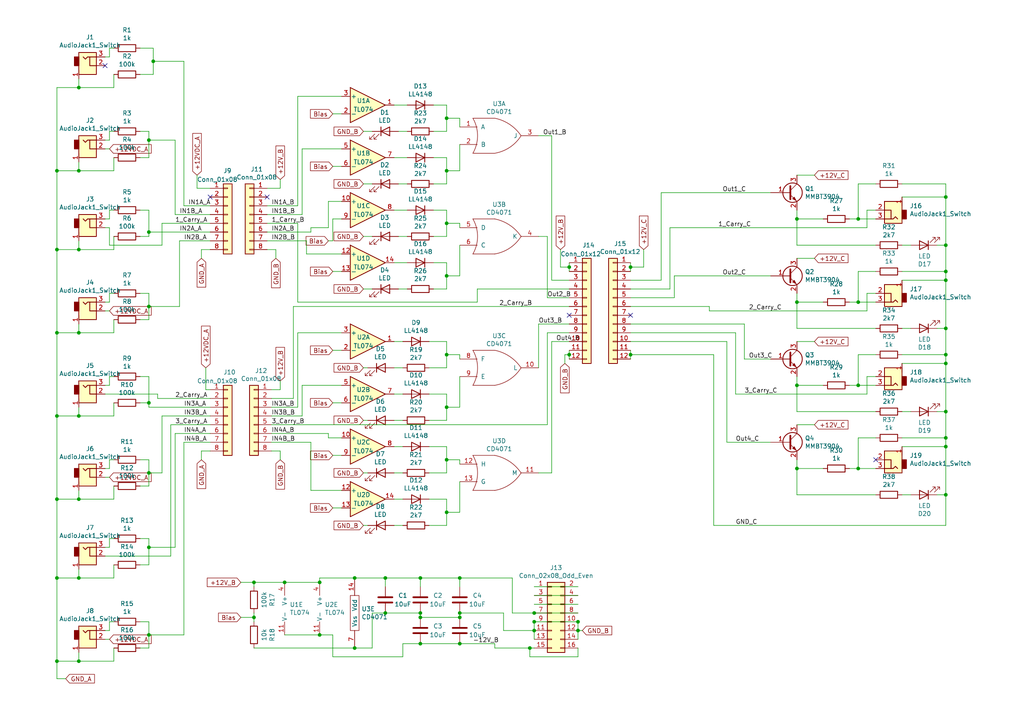
<source format=kicad_sch>
(kicad_sch (version 20250114) (generator "eeschema") (generator_version "9.0")
  (paper "A4")
  (junction (at 22.86 49.53))
  (junction (at 111.76 167.64))
  (junction (at 16.51 49.53))
  (junction (at 248.92 111.76))
  (junction (at 167.64 182.88))
  (junction (at 16.51 144.78))
  (junction (at 154.94 180.34))
  (junction (at 248.92 87.63))
  (junction (at 43.18 40.64))
  (junction (at 231.14 63.5))
  (junction (at 102.87 167.64))
  (junction (at 16.51 167.64))
  (junction (at 22.86 96.52))
  (junction (at 111.76 177.8))
  (junction (at 133.35 177.8))
  (junction (at 133.35 179.07))
  (junction (at 129.54 118.11))
  (junction (at 231.14 87.63))
  (junction (at 231.14 135.89))
  (junction (at 248.92 135.89))
  (junction (at 22.86 120.65))
  (junction (at 43.18 67.31))
  (junction (at 44.45 17.78))
  (junction (at 129.54 102.87))
  (junction (at 121.92 186.69))
  (junction (at 274.32 102.87))
  (junction (at 43.18 88.9))
  (junction (at 182.88 102.87))
  (junction (at 274.32 143.51))
  (junction (at 129.54 64.77))
  (junction (at 92.71 184.15))
  (junction (at 133.35 186.69))
  (junction (at 22.86 25.4))
  (junction (at 43.18 158.75))
  (junction (at 274.32 119.38))
  (junction (at 133.35 167.64))
  (junction (at 73.66 168.91))
  (junction (at 274.32 57.15))
  (junction (at 16.51 191.77))
  (junction (at 165.1 102.87))
  (junction (at 22.86 191.77))
  (junction (at 182.88 77.47))
  (junction (at 154.94 177.8))
  (junction (at 92.71 168.91))
  (junction (at 274.32 71.12))
  (junction (at 274.32 81.28))
  (junction (at 16.51 120.65))
  (junction (at 129.54 34.29))
  (junction (at 153.67 187.96))
  (junction (at 129.54 80.01))
  (junction (at 43.18 137.16))
  (junction (at 248.92 63.5))
  (junction (at 102.87 187.96))
  (junction (at 274.32 95.25))
  (junction (at 121.92 167.64))
  (junction (at 231.14 111.76))
  (junction (at 43.18 116.84))
  (junction (at 73.66 179.07))
  (junction (at 129.54 49.53))
  (junction (at 43.18 184.15))
  (junction (at 274.32 105.41))
  (junction (at 154.94 182.88))
  (junction (at 274.32 127))
  (junction (at 274.32 129.54))
  (junction (at 22.86 167.64))
  (junction (at 129.54 148.59))
  (junction (at 22.86 72.39))
  (junction (at 16.51 72.39))
  (junction (at 82.55 168.91))
  (junction (at 16.51 96.52))
  (junction (at 167.64 180.34))
  (junction (at 121.92 177.8))
  (junction (at 121.92 179.07))
  (junction (at 22.86 144.78))
  (junction (at 274.32 78.74))
  (junction (at 165.1 77.47))
  (junction (at 129.54 133.35))
  (no_connect (at 182.88 91.44))
  (no_connect (at 254 133.35))
  (no_connect (at 77.47 57.15))
  (no_connect (at 60.96 57.15))
  (no_connect (at 165.1 91.44))
  (no_connect (at 30.48 19.05))
  (wire (pts (xy 129.54 80.01) (xy 129.54 83.82)))
  (wire (pts (xy 31.75 111.76) (xy 31.75 109.22)))
  (wire (pts (xy 102.87 187.96) (xy 107.95 187.96)))
  (wire (pts (xy 106.68 137.16) (xy 105.41 137.16)))
  (wire (pts (xy 129.54 53.34) (xy 125.73 53.34)))
  (wire (pts (xy 165.1 102.87) (xy 165.1 104.14)))
  (wire (pts (xy 129.54 49.53) (xy 129.54 53.34)))
  (wire (pts (xy 88.9 69.85) (xy 88.9 73.66)))
  (wire (pts (xy 90.17 142.24) (xy 99.06 142.24)))
  (wire (pts (xy 106.68 121.92) (xy 105.41 121.92)))
  (wire (pts (xy 254 127) (xy 248.92 127)))
  (wire (pts (xy 129.54 99.06) (xy 129.54 102.87)))
  (wire (pts (xy 30.48 16.51) (xy 31.75 16.51)))
  (wire (pts (xy 154.94 182.88) (xy 154.94 185.42)))
  (wire (pts (xy 133.35 148.59) (xy 133.35 139.7)))
  (wire (pts (xy 85.09 88.9) (xy 165.1 88.9)))
  (wire (pts (xy 248.92 135.89) (xy 254 135.89)))
  (wire (pts (xy 99.06 101.6) (xy 96.52 101.6)))
  (wire (pts (xy 43.18 92.71) (xy 40.64 92.71)))
  (wire (pts (xy 215.9 93.98) (xy 215.9 104.14)))
  (wire (pts (xy 87.63 43.18) (xy 99.06 43.18)))
  (wire (pts (xy 43.18 45.72) (xy 40.64 45.72)))
  (wire (pts (xy 43.18 116.84) (xy 40.64 116.84)))
  (wire (pts (xy 43.18 88.9) (xy 43.18 92.71)))
  (wire (pts (xy 30.48 158.75) (xy 31.75 158.75)))
  (wire (pts (xy 118.11 53.34) (xy 115.57 53.34)))
  (wire (pts (xy 129.54 118.11) (xy 129.54 121.92)))
  (wire (pts (xy 231.14 74.93) (xy 236.22 74.93)))
  (wire (pts (xy 30.48 43.18) (xy 31.75 43.18)))
  (wire (pts (xy 248.92 63.5) (xy 254 63.5)))
  (wire (pts (xy 271.78 71.12) (xy 274.32 71.12)))
  (wire (pts (xy 186.69 72.39) (xy 186.69 77.47)))
  (wire (pts (xy 60.96 72.39) (xy 58.42 72.39)))
  (wire (pts (xy 87.63 111.76) (xy 99.06 111.76)))
  (wire (pts (xy 43.18 137.16) (xy 43.18 140.97)))
  (wire (pts (xy 133.35 34.29) (xy 129.54 34.29)))
  (wire (pts (xy 85.09 88.9) (xy 85.09 115.57)))
  (wire (pts (xy 22.86 144.78) (xy 16.51 144.78)))
  (wire (pts (xy 261.62 78.74) (xy 274.32 78.74)))
  (wire (pts (xy 46.99 71.12) (xy 31.75 71.12)))
  (wire (pts (xy 116.84 186.69) (xy 121.92 186.69)))
  (wire (pts (xy 165.1 78.74) (xy 165.1 77.47)))
  (wire (pts (xy 254 102.87) (xy 248.92 102.87)))
  (wire (pts (xy 73.66 177.8) (xy 73.66 179.07)))
  (wire (pts (xy 16.51 196.85) (xy 19.05 196.85)))
  (wire (pts (xy 231.14 111.76) (xy 231.14 109.22)))
  (wire (pts (xy 133.35 177.8) (xy 133.35 179.07)))
  (wire (pts (xy 73.66 168.91) (xy 82.55 168.91)))
  (wire (pts (xy 210.82 128.27) (xy 223.52 128.27)))
  (wire (pts (xy 77.47 62.23) (xy 87.63 62.23)))
  (wire (pts (xy 31.75 38.1) (xy 33.02 38.1)))
  (wire (pts (xy 31.75 71.12) (xy 31.75 66.04)))
  (wire (pts (xy 22.86 96.52) (xy 16.51 96.52)))
  (wire (pts (xy 129.54 68.58) (xy 125.73 68.58)))
  (wire (pts (xy 43.18 158.75) (xy 43.18 163.83)))
  (wire (pts (xy 111.76 167.64) (xy 111.76 170.18)))
  (wire (pts (xy 30.48 161.29) (xy 49.53 161.29)))
  (wire (pts (xy 274.32 152.4) (xy 274.32 143.51)))
  (wire (pts (xy 246.38 63.5) (xy 248.92 63.5)))
  (wire (pts (xy 107.95 53.34) (xy 105.41 53.34)))
  (wire (pts (xy 78.74 120.65) (xy 87.63 120.65)))
  (wire (pts (xy 45.72 115.57) (xy 45.72 114.3)))
  (wire (pts (xy 77.47 69.85) (xy 88.9 69.85)))
  (wire (pts (xy 168.91 182.88) (xy 167.64 182.88)))
  (wire (pts (xy 44.45 21.59) (xy 40.64 21.59)))
  (wire (pts (xy 213.36 114.3) (xy 213.36 96.52)))
  (wire (pts (xy 160.02 81.28) (xy 160.02 39.37)))
  (wire (pts (xy 86.36 64.77) (xy 86.36 87.63)))
  (wire (pts (xy 261.62 102.87) (xy 274.32 102.87)))
  (wire (pts (xy 22.86 167.64) (xy 33.02 167.64)))
  (wire (pts (xy 43.18 40.64) (xy 50.8 40.64)))
  (wire (pts (xy 248.92 102.87) (xy 248.92 111.76)))
  (wire (pts (xy 33.02 92.71) (xy 33.02 96.52)))
  (wire (pts (xy 50.8 125.73) (xy 50.8 158.75)))
  (wire (pts (xy 78.74 123.19) (xy 158.75 123.19)))
  (wire (pts (xy 207.01 102.87) (xy 207.01 152.4)))
  (wire (pts (xy 40.64 156.21) (xy 43.18 156.21)))
  (wire (pts (xy 69.85 168.91) (xy 73.66 168.91)))
  (wire (pts (xy 129.54 118.11) (xy 133.35 118.11)))
  (wire (pts (xy 248.92 53.34) (xy 254 53.34)))
  (wire (pts (xy 191.77 81.28) (xy 182.88 81.28)))
  (wire (pts (xy 238.76 135.89) (xy 231.14 135.89)))
  (wire (pts (xy 129.54 102.87) (xy 129.54 106.68)))
  (wire (pts (xy 77.47 67.31) (xy 90.17 67.31)))
  (wire (pts (xy 125.73 30.48) (xy 129.54 30.48)))
  (wire (pts (xy 81.28 130.81) (xy 81.28 133.35)))
  (wire (pts (xy 31.75 87.63) (xy 31.75 85.09)))
  (wire (pts (xy 107.95 68.58) (xy 105.41 68.58)))
  (wire (pts (xy 60.96 62.23) (xy 50.8 62.23)))
  (wire (pts (xy 81.28 52.07) (xy 81.28 54.61)))
  (wire (pts (xy 116.84 137.16) (xy 114.3 137.16)))
  (wire (pts (xy 143.51 187.96) (xy 143.51 186.69)))
  (wire (pts (xy 60.96 120.65) (xy 46.99 120.65)))
  (wire (pts (xy 31.75 85.09) (xy 33.02 85.09)))
  (wire (pts (xy 271.78 119.38) (xy 274.32 119.38)))
  (wire (pts (xy 31.75 135.89) (xy 31.75 133.35)))
  (wire (pts (xy 153.67 187.96) (xy 143.51 187.96)))
  (wire (pts (xy 87.63 111.76) (xy 87.63 120.65)))
  (wire (pts (xy 22.86 191.77) (xy 33.02 191.77)))
  (wire (pts (xy 138.43 83.82) (xy 138.43 87.63)))
  (wire (pts (xy 231.14 95.25) (xy 231.14 87.63)))
  (wire (pts (xy 31.75 16.51) (xy 31.75 13.97)))
  (wire (pts (xy 45.72 115.57) (xy 60.96 115.57)))
  (wire (pts (xy 133.35 118.11) (xy 133.35 109.22)))
  (wire (pts (xy 73.66 179.07) (xy 73.66 180.34)))
  (wire (pts (xy 60.96 113.03) (xy 59.69 113.03)))
  (wire (pts (xy 274.32 78.74) (xy 274.32 81.28)))
  (wire (pts (xy 33.02 45.72) (xy 33.02 49.53)))
  (wire (pts (xy 22.86 49.53) (xy 33.02 49.53)))
  (wire (pts (xy 22.86 189.23) (xy 22.86 191.77)))
  (wire (pts (xy 163.83 102.87) (xy 163.83 105.41)))
  (wire (pts (xy 129.54 129.54) (xy 129.54 133.35)))
  (wire (pts (xy 129.54 76.2) (xy 129.54 80.01)))
  (wire (pts (xy 92.71 167.64) (xy 102.87 167.64)))
  (wire (pts (xy 45.72 114.3) (xy 30.48 114.3)))
  (wire (pts (xy 43.18 60.96) (xy 43.18 67.31)))
  (wire (pts (xy 121.92 179.07) (xy 133.35 179.07)))
  (wire (pts (xy 210.82 99.06) (xy 210.82 128.27)))
  (wire (pts (xy 182.88 104.14) (xy 182.88 102.87)))
  (wire (pts (xy 16.51 191.77) (xy 16.51 167.64)))
  (wire (pts (xy 31.75 156.21) (xy 33.02 156.21)))
  (wire (pts (xy 248.92 87.63) (xy 254 87.63)))
  (wire (pts (xy 271.78 143.51) (xy 274.32 143.51)))
  (wire (pts (xy 129.54 121.92) (xy 124.46 121.92)))
  (wire (pts (xy 96.52 69.85) (xy 95.25 69.85)))
  (wire (pts (xy 96.52 63.5) (xy 96.52 69.85)))
  (wire (pts (xy 238.76 87.63) (xy 231.14 87.63)))
  (wire (pts (xy 162.56 72.39) (xy 162.56 77.47)))
  (wire (pts (xy 129.54 34.29) (xy 129.54 38.1)))
  (wire (pts (xy 40.64 38.1) (xy 43.18 38.1)))
  (wire (pts (xy 33.02 68.58) (xy 33.02 72.39)))
  (wire (pts (xy 248.92 127) (xy 248.92 135.89)))
  (wire (pts (xy 129.54 30.48) (xy 129.54 34.29)))
  (wire (pts (xy 52.07 88.9) (xy 43.18 88.9)))
  (wire (pts (xy 78.74 125.73) (xy 95.25 125.73)))
  (wire (pts (xy 22.86 72.39) (xy 33.02 72.39)))
  (wire (pts (xy 99.06 147.32) (xy 96.52 147.32)))
  (wire (pts (xy 251.46 90.17) (xy 205.74 90.17)))
  (wire (pts (xy 43.18 40.64) (xy 43.18 45.72)))
  (wire (pts (xy 40.64 85.09) (xy 43.18 85.09)))
  (wire (pts (xy 114.3 60.96) (xy 118.11 60.96)))
  (wire (pts (xy 16.51 144.78) (xy 16.51 167.64)))
  (wire (pts (xy 22.86 120.65) (xy 33.02 120.65)))
  (wire (pts (xy 182.88 77.47) (xy 182.88 76.2)))
  (wire (pts (xy 154.94 177.8) (xy 148.59 177.8)))
  (wire (pts (xy 22.86 49.53) (xy 16.51 49.53)))
  (wire (pts (xy 31.75 13.97) (xy 33.02 13.97)))
  (wire (pts (xy 58.42 130.81) (xy 58.42 133.35)))
  (wire (pts (xy 30.48 182.88) (xy 31.75 182.88)))
  (wire (pts (xy 182.88 96.52) (xy 213.36 96.52)))
  (wire (pts (xy 33.02 21.59) (xy 33.02 25.4)))
  (wire (pts (xy 22.86 69.85) (xy 22.86 72.39)))
  (wire (pts (xy 231.14 71.12) (xy 231.14 63.5)))
  (wire (pts (xy 43.18 68.58) (xy 40.64 68.58)))
  (wire (pts (xy 22.86 22.86) (xy 22.86 25.4)))
  (wire (pts (xy 121.92 177.8) (xy 121.92 179.07)))
  (wire (pts (xy 16.51 49.53) (xy 16.51 72.39)))
  (wire (pts (xy 254 95.25) (xy 231.14 95.25)))
  (wire (pts (xy 106.68 152.4) (xy 105.41 152.4)))
  (wire (pts (xy 102.87 167.64) (xy 111.76 167.64)))
  (wire (pts (xy 215.9 104.14) (xy 223.52 104.14)))
  (wire (pts (xy 31.75 133.35) (xy 33.02 133.35)))
  (wire (pts (xy 274.32 71.12) (xy 274.32 78.74)))
  (wire (pts (xy 274.32 143.51) (xy 274.32 129.54)))
  (wire (pts (xy 50.8 40.64) (xy 50.8 62.23)))
  (wire (pts (xy 158.75 86.36) (xy 165.1 86.36)))
  (wire (pts (xy 22.86 120.65) (xy 16.51 120.65)))
  (wire (pts (xy 82.55 168.91) (xy 92.71 168.91)))
  (wire (pts (xy 129.54 64.77) (xy 129.54 68.58)))
  (wire (pts (xy 31.75 60.96) (xy 33.02 60.96)))
  (wire (pts (xy 167.64 190.5) (xy 167.64 187.96)))
  (wire (pts (xy 60.96 123.19) (xy 49.53 123.19)))
  (wire (pts (xy 261.62 57.15) (xy 274.32 57.15)))
  (wire (pts (xy 86.36 27.94) (xy 99.06 27.94)))
  (wire (pts (xy 125.73 60.96) (xy 129.54 60.96)))
  (wire (pts (xy 22.86 144.78) (xy 33.02 144.78)))
  (wire (pts (xy 124.46 129.54) (xy 129.54 129.54)))
  (wire (pts (xy 60.96 130.81) (xy 58.42 130.81)))
  (wire (pts (xy 148.59 177.8) (xy 148.59 167.64)))
  (wire (pts (xy 165.1 101.6) (xy 165.1 102.87)))
  (wire (pts (xy 231.14 50.8) (xy 236.22 50.8)))
  (wire (pts (xy 22.86 142.24) (xy 22.86 144.78)))
  (wire (pts (xy 40.64 13.97) (xy 44.45 13.97)))
  (wire (pts (xy 129.54 83.82) (xy 125.73 83.82)))
  (wire (pts (xy 16.51 72.39) (xy 16.51 96.52)))
  (wire (pts (xy 58.42 72.39) (xy 58.42 74.93)))
  (wire (pts (xy 31.75 109.22) (xy 33.02 109.22)))
  (wire (pts (xy 251.46 114.3) (xy 213.36 114.3)))
  (wire (pts (xy 156.21 39.37) (xy 160.02 39.37)))
  (wire (pts (xy 52.07 69.85) (xy 52.07 88.9)))
  (wire (pts (xy 50.8 158.75) (xy 43.18 158.75)))
  (wire (pts (xy 129.54 64.77) (xy 133.35 64.77)))
  (wire (pts (xy 95.25 66.04) (xy 95.25 58.42)))
  (wire (pts (xy 31.75 90.17) (xy 30.48 90.17)))
  (wire (pts (xy 118.11 68.58) (xy 115.57 68.58)))
  (wire (pts (xy 205.74 88.9) (xy 182.88 88.9)))
  (wire (pts (xy 22.86 46.99) (xy 22.86 49.53)))
  (wire (pts (xy 251.46 109.22) (xy 251.46 114.3)))
  (wire (pts (xy 146.05 177.8) (xy 146.05 182.88)))
  (wire (pts (xy 129.54 106.68) (xy 124.46 106.68)))
  (wire (pts (xy 44.45 17.78) (xy 44.45 21.59)))
  (wire (pts (xy 43.18 140.97) (xy 40.64 140.97)))
  (wire (pts (xy 153.67 190.5) (xy 167.64 190.5)))
  (wire (pts (xy 274.32 81.28) (xy 261.62 81.28)))
  (wire (pts (xy 106.68 106.68) (xy 105.41 106.68)))
  (wire (pts (xy 154.94 182.88) (xy 154.94 180.34)))
  (wire (pts (xy 31.75 40.64) (xy 31.75 38.1)))
  (wire (pts (xy 92.71 168.91) (xy 92.71 167.64)))
  (wire (pts (xy 246.38 135.89) (xy 248.92 135.89)))
  (wire (pts (xy 99.06 78.74) (xy 96.52 78.74)))
  (wire (pts (xy 248.92 111.76) (xy 254 111.76)))
  (wire (pts (xy 99.06 132.08) (xy 96.52 132.08)))
  (wire (pts (xy 107.95 83.82) (xy 105.41 83.82)))
  (wire (pts (xy 33.02 140.97) (xy 33.02 144.78)))
  (wire (pts (xy 271.78 95.25) (xy 274.32 95.25)))
  (wire (pts (xy 133.35 49.53) (xy 133.35 41.91)))
  (wire (pts (xy 116.84 190.5) (xy 116.84 186.69)))
  (wire (pts (xy 129.54 49.53) (xy 133.35 49.53)))
  (wire (pts (xy 43.18 180.34) (xy 43.18 184.15)))
  (wire (pts (xy 143.51 186.69) (xy 133.35 186.69)))
  (wire (pts (xy 261.62 53.34) (xy 274.32 53.34)))
  (wire (pts (xy 116.84 106.68) (xy 114.3 106.68)))
  (wire (pts (xy 248.92 78.74) (xy 248.92 87.63)))
  (wire (pts (xy 40.64 180.34) (xy 43.18 180.34)))
  (wire (pts (xy 31.75 180.34) (xy 33.02 180.34)))
  (wire (pts (xy 274.32 81.28) (xy 274.32 95.25)))
  (wire (pts (xy 133.35 36.83) (xy 133.35 34.29)))
  (wire (pts (xy 274.32 57.15) (xy 274.32 71.12)))
  (wire (pts (xy 22.86 93.98) (xy 22.86 96.52)))
  (wire (pts (xy 43.18 38.1) (xy 43.18 40.64)))
  (wire (pts (xy 86.36 27.94) (xy 86.36 59.69)))
  (wire (pts (xy 60.96 54.61) (xy 57.15 54.61)))
  (wire (pts (xy 85.09 115.57) (xy 78.74 115.57)))
  (wire (pts (xy 118.11 83.82) (xy 115.57 83.82)))
  (wire (pts (xy 96.52 184.15) (xy 96.52 190.5)))
  (wire (pts (xy 43.18 118.11) (xy 43.18 116.84)))
  (wire (pts (xy 274.32 102.87) (xy 274.32 105.41)))
  (wire (pts (xy 78.74 118.11) (xy 86.36 118.11)))
  (wire (pts (xy 114.3 114.3) (xy 116.84 114.3)))
  (wire (pts (xy 53.34 128.27) (xy 53.34 184.15)))
  (wire (pts (xy 133.35 177.8) (xy 146.05 177.8)))
  (wire (pts (xy 53.34 17.78) (xy 53.34 59.69)))
  (wire (pts (xy 60.96 69.85) (xy 52.07 69.85)))
  (wire (pts (xy 125.73 76.2) (xy 129.54 76.2)))
  (wire (pts (xy 194.31 83.82) (xy 182.88 83.82)))
  (wire (pts (xy 167.64 180.34) (xy 154.94 180.34)))
  (wire (pts (xy 129.54 60.96) (xy 129.54 64.77)))
  (wire (pts (xy 165.1 77.47) (xy 165.1 76.2)))
  (wire (pts (xy 207.01 152.4) (xy 274.32 152.4)))
  (wire (pts (xy 44.45 17.78) (xy 53.34 17.78)))
  (wire (pts (xy 133.35 80.01) (xy 133.35 71.12)))
  (wire (pts (xy 22.86 118.11) (xy 22.86 120.65)))
  (wire (pts (xy 46.99 71.12) (xy 46.99 64.77)))
  (wire (pts (xy 31.75 66.04) (xy 30.48 66.04)))
  (wire (pts (xy 114.3 129.54) (xy 116.84 129.54)))
  (wire (pts (xy 261.62 119.38) (xy 264.16 119.38)))
  (wire (pts (xy 167.64 170.18) (xy 154.94 170.18)))
  (wire (pts (xy 33.02 187.96) (xy 33.02 191.77)))
  (wire (pts (xy 43.18 163.83) (xy 40.64 163.83)))
  (wire (pts (xy 116.84 121.92) (xy 114.3 121.92)))
  (wire (pts (xy 254 109.22) (xy 251.46 109.22)))
  (wire (pts (xy 129.54 148.59) (xy 129.54 152.4)))
  (wire (pts (xy 133.35 134.62) (xy 133.35 133.35)))
  (wire (pts (xy 167.64 182.88) (xy 167.64 185.42)))
  (wire (pts (xy 231.14 87.63) (xy 231.14 85.09)))
  (wire (pts (xy 95.25 125.73) (xy 95.25 127)))
  (wire (pts (xy 86.36 118.11) (xy 86.36 96.52)))
  (wire (pts (xy 107.95 177.8) (xy 111.76 177.8)))
  (wire (pts (xy 274.32 127) (xy 274.32 129.54)))
  (wire (pts (xy 86.36 96.52) (xy 99.06 96.52)))
  (wire (pts (xy 153.67 187.96) (xy 153.67 190.5)))
  (wire (pts (xy 167.64 175.26) (xy 154.94 175.26)))
  (wire (pts (xy 22.86 25.4) (xy 33.02 25.4)))
  (wire (pts (xy 274.32 105.41) (xy 261.62 105.41)))
  (wire (pts (xy 87.63 43.18) (xy 87.63 62.23)))
  (wire (pts (xy 90.17 66.04) (xy 95.25 66.04)))
  (wire (pts (xy 30.48 63.5) (xy 31.75 63.5)))
  (wire (pts (xy 81.28 110.49) (xy 81.28 113.03)))
  (wire (pts (xy 154.94 172.72) (xy 167.64 172.72)))
  (wire (pts (xy 46.99 137.16) (xy 43.18 137.16)))
  (wire (pts (xy 53.34 184.15) (xy 43.18 184.15)))
  (wire (pts (xy 156.21 68.58) (xy 158.75 68.58)))
  (wire (pts (xy 99.06 116.84) (xy 96.52 116.84)))
  (wire (pts (xy 261.62 143.51) (xy 264.16 143.51)))
  (wire (pts (xy 114.3 144.78) (xy 116.84 144.78)))
  (wire (pts (xy 158.75 96.52) (xy 165.1 96.52)))
  (wire (pts (xy 133.35 64.77) (xy 133.35 66.04)))
  (wire (pts (xy 182.88 102.87) (xy 207.01 102.87)))
  (wire (pts (xy 46.99 120.65) (xy 46.99 137.16)))
  (wire (pts (xy 30.48 40.64) (xy 31.75 40.64)))
  (wire (pts (xy 231.14 135.89) (xy 231.14 133.35)))
  (wire (pts (xy 77.47 72.39) (xy 80.01 72.39)))
  (wire (pts (xy 133.35 102.87) (xy 129.54 102.87)))
  (wire (pts (xy 99.06 73.66) (xy 88.9 73.66)))
  (wire (pts (xy 43.18 187.96) (xy 40.64 187.96)))
  (wire (pts (xy 43.18 184.15) (xy 43.18 187.96)))
  (wire (pts (xy 31.75 63.5) (xy 31.75 60.96)))
  (wire (pts (xy 254 119.38) (xy 231.14 119.38)))
  (wire (pts (xy 146.05 182.88) (xy 154.94 182.88)))
  (wire (pts (xy 246.38 111.76) (xy 248.92 111.76)))
  (wire (pts (xy 186.69 77.47) (xy 182.88 77.47)))
  (wire (pts (xy 43.18 109.22) (xy 43.18 116.84)))
  (wire (pts (xy 31.75 158.75) (xy 31.75 156.21)))
  (wire (pts (xy 236.22 123.19) (xy 231.14 123.19)))
  (wire (pts (xy 31.75 182.88) (xy 31.75 180.34)))
  (wire (pts (xy 59.69 113.03) (xy 59.69 106.68)))
  (wire (pts (xy 44.45 13.97) (xy 44.45 17.78)))
  (wire (pts (xy 129.54 137.16) (xy 124.46 137.16)))
  (wire (pts (xy 22.86 25.4) (xy 16.51 25.4)))
  (wire (pts (xy 60.96 128.27) (xy 53.34 128.27)))
  (wire (pts (xy 195.58 80.01) (xy 195.58 86.36)))
  (wire (pts (xy 114.3 99.06) (xy 116.84 99.06)))
  (wire (pts (xy 129.54 133.35) (xy 129.54 137.16)))
  (wire (pts (xy 33.02 116.84) (xy 33.02 120.65)))
  (wire (pts (xy 125.73 45.72) (xy 129.54 45.72)))
  (wire (pts (xy 165.1 102.87) (xy 163.83 102.87)))
  (wire (pts (xy 205.74 90.17) (xy 205.74 88.9)))
  (wire (pts (xy 60.96 67.31) (xy 43.18 67.31)))
  (wire (pts (xy 129.54 80.01) (xy 133.35 80.01)))
  (wire (pts (xy 118.11 38.1) (xy 115.57 38.1)))
  (wire (pts (xy 167.64 177.8) (xy 154.94 177.8)))
  (wire (pts (xy 22.86 165.1) (xy 22.86 167.64)))
  (wire (pts (xy 129.54 144.78) (xy 129.54 148.59)))
  (wire (pts (xy 274.32 105.41) (xy 274.32 119.38)))
  (wire (pts (xy 182.88 102.87) (xy 182.88 101.6)))
  (wire (pts (xy 40.64 60.96) (xy 43.18 60.96)))
  (wire (pts (xy 167.64 180.34) (xy 167.64 182.88)))
  (wire (pts (xy 162.56 77.47) (xy 165.1 77.47)))
  (wire (pts (xy 111.76 167.64) (xy 121.92 167.64)))
  (wire (pts (xy 158.75 123.19) (xy 158.75 96.52)))
  (wire (pts (xy 254 71.12) (xy 231.14 71.12)))
  (wire (pts (xy 16.51 167.64) (xy 22.86 167.64)))
  (wire (pts (xy 111.76 177.8) (xy 121.92 177.8)))
  (wire (pts (xy 78.74 130.81) (xy 81.28 130.81)))
  (wire (pts (xy 22.86 96.52) (xy 33.02 96.52)))
  (wire (pts (xy 261.62 71.12) (xy 264.16 71.12)))
  (wire (pts (xy 81.28 54.61) (xy 77.47 54.61)))
  (wire (pts (xy 78.74 128.27) (xy 90.17 128.27)))
  (wire (pts (xy 124.46 144.78) (xy 129.54 144.78)))
  (wire (pts (xy 90.17 128.27) (xy 90.17 142.24)))
  (wire (pts (xy 231.14 99.06) (xy 236.22 99.06)))
  (wire (pts (xy 81.28 113.03) (xy 78.74 113.03)))
  (wire (pts (xy 33.02 163.83) (xy 33.02 167.64)))
  (wire (pts (xy 194.31 66.04) (xy 194.31 83.82)))
  (wire (pts (xy 231.14 143.51) (xy 231.14 135.89)))
  (wire (pts (xy 182.88 78.74) (xy 182.88 77.47)))
  (wire (pts (xy 69.85 179.07) (xy 73.66 179.07)))
  (wire (pts (xy 248.92 63.5) (xy 248.92 53.34)))
  (wire (pts (xy 99.06 63.5) (xy 96.52 63.5)))
  (wire (pts (xy 129.54 148.59) (xy 133.35 148.59)))
  (wire (pts (xy 129.54 152.4) (xy 124.46 152.4)))
  (wire (pts (xy 121.92 186.69) (xy 133.35 186.69)))
  (wire (pts (xy 31.75 185.42) (xy 30.48 185.42)))
  (wire (pts (xy 129.54 45.72) (xy 129.54 49.53)))
  (wire (pts (xy 60.96 118.11) (xy 43.18 118.11)))
  (wire (pts (xy 49.53 123.19) (xy 49.53 161.29)))
  (wire (pts (xy 114.3 30.48) (xy 118.11 30.48)))
  (wire (pts (xy 274.32 129.54) (xy 261.62 129.54)))
  (wire (pts (xy 46.99 64.77) (xy 60.96 64.77)))
  (wire (pts (xy 254 78.74) (xy 248.92 78.74)))
  (wire (pts (xy 246.38 87.63) (xy 248.92 87.63)))
  (wire (pts (xy 40.64 109.22) (xy 43.18 109.22)))
  (wire (pts (xy 107.95 38.1) (xy 105.41 38.1)))
  (wire (pts (xy 80.01 72.39) (xy 80.01 74.93)))
  (wire (pts (xy 133.35 167.64) (xy 133.35 170.18)))
  (wire (pts (xy 191.77 55.88) (xy 223.52 55.88)))
  (wire (pts (xy 73.66 168.91) (xy 73.66 170.18)))
  (wire (pts (xy 231.14 63.5) (xy 231.14 60.96)))
  (wire (pts (xy 57.15 54.61) (xy 57.15 50.8)))
  (wire (pts (xy 231.14 119.38) (xy 231.14 111.76)))
  (wire (pts (xy 251.46 85.09) (xy 251.46 90.17)))
  (wire (pts (xy 129.54 114.3) (xy 129.54 118.11)))
  (wire (pts (xy 274.32 53.34) (xy 274.32 57.15)))
  (wire (pts (xy 154.94 187.96) (xy 153.67 187.96)))
  (wire (pts (xy 254 85.09) (xy 251.46 85.09)))
  (wire (pts (xy 114.3 45.72) (xy 118.11 45.72)))
  (wire (pts (xy 43.18 67.31) (xy 43.18 68.58)))
  (wire (pts (xy 43.18 85.09) (xy 43.18 88.9)))
  (wire (pts (xy 182.88 99.06) (xy 210.82 99.06)))
  (wire (pts (xy 77.47 59.69) (xy 86.36 59.69)))
  (wire (pts (xy 195.58 80.01) (xy 223.52 80.01)))
  (wire (pts (xy 16.51 196.85) (xy 16.51 191.77)))
  (wire (pts (xy 60.96 125.73) (xy 50.8 125.73)))
  (wire (pts (xy 274.32 95.25) (xy 274.32 102.87)))
  (wire (pts (xy 165.1 83.82) (xy 138.43 83.82)))
  (wire (pts (xy 238.76 111.76) (xy 231.14 111.76)))
  (wire (pts (xy 254 143.51) (xy 231.14 143.51)))
  (wire (pts (xy 31.75 138.43) (xy 30.48 138.43)))
  (wire (pts (xy 114.3 76.2) (xy 118.11 76.2)))
  (wire (pts (xy 73.66 187.96) (xy 102.87 187.96)))
  (wire (pts (xy 116.84 152.4) (xy 114.3 152.4)))
  (wire (pts (xy 133.35 133.35) (xy 129.54 133.35)))
  (wire (pts (xy 16.51 96.52) (xy 16.51 120.65)))
  (wire (pts (xy 99.06 33.02) (xy 96.52 33.02)))
  (wire (pts (xy 182.88 93.98) (xy 215.9 93.98)))
  (wire (pts (xy 99.06 48.26) (xy 96.52 48.26)))
  (wire (pts (xy 16.51 120.65) (xy 16.51 144.78)))
  (wire (pts (xy 194.31 66.04) (xy 251.46 66.04)))
  (wire (pts (xy 148.59 167.64) (xy 133.35 167.64)))
  (wire (pts (xy 156.21 93.98) (xy 165.1 93.98)))
  (wire (pts (xy 30.48 87.63) (xy 31.75 87.63)))
  (wire (pts (xy 138.43 87.63) (xy 86.36 87.63)))
  (wire (pts (xy 165.1 81.28) (xy 160.02 81.28)))
  (wire (pts (xy 43.18 133.35) (xy 43.18 137.16)))
  (wire (pts (xy 121.92 167.64) (xy 121.92 170.18)))
  (wire (pts (xy 30.48 135.89) (xy 31.75 135.89)))
  (wire (pts (xy 160.02 99.06) (xy 165.1 99.06)))
  (wire (pts (xy 92.71 184.15) (xy 96.52 184.15)))
  (wire (pts (xy 254 60.96) (xy 251.46 60.96)))
  (wire (pts (xy 60.96 59.69) (xy 53.34 59.69)))
  (wire (pts (xy 160.02 137.16) (xy 160.02 99.06)))
  (wire (pts (xy 274.32 119.38) (xy 274.32 127)))
  (wire (pts (xy 261.62 95.25) (xy 264.16 95.25)))
  (wire (pts (xy 191.77 55.88) (xy 191.77 81.28)))
  (wire (pts (xy 107.95 187.96) (xy 107.95 177.8)))
  (wire (pts (xy 156.21 106.68) (xy 156.21 93.98)))
  (wire (pts (xy 82.55 184.15) (xy 92.71 184.15)))
  (wire (pts (xy 96.52 190.5) (xy 116.84 190.5)))
  (wire (pts (xy 156.21 137.16) (xy 160.02 137.16)))
  (wire (pts (xy 195.58 86.36) (xy 182.88 86.36)))
  (wire (pts (xy 261.62 127) (xy 274.32 127)))
  (wire (pts (xy 95.25 127) (xy 99.06 127)))
  (wire (pts (xy 43.18 156.21) (xy 43.18 158.75)))
  (wire (pts (xy 22.86 191.77) (xy 16.51 191.77)))
  (wire (pts (xy 158.75 68.58) (xy 158.75 86.36)))
  (wire (pts (xy 86.36 64.77) (xy 77.47 64.77)))
  (wire (pts (xy 16.51 25.4) (xy 16.51 49.53)))
  (wire (pts (xy 133.35 104.14) (xy 133.35 102.87)))
  (wire (pts (xy 124.46 114.3) (xy 129.54 114.3)))
  (wire (pts (xy 40.64 133.35) (xy 43.18 133.35)))
  (wire (pts (xy 30.48 111.76) (xy 31.75 111.76)))
  (wire (pts (xy 238.76 63.5) (xy 231.14 63.5)))
  (wire (pts (xy 90.17 67.31) (xy 90.17 66.04)))
  (wire (pts (xy 124.46 99.06) (xy 129.54 99.06)))
  (wire (pts (xy 251.46 60.96) (xy 251.46 66.04)))
  (wire (pts (xy 129.54 38.1) (xy 125.73 38.1)))
  (wire (pts (xy 22.86 72.39) (xy 16.51 72.39)))
  (wire (pts (xy 95.25 58.42) (xy 99.06 58.42)))
  (wire (pts (xy 121.92 167.64) (xy 133.35 167.64)))
  (label "3_Carry_C" (at 215.9 114.3 0))
  (label "1_Carry_B" (at 78.74 64.77 0))
  (label "IN2B_B" (at 78.74 69.85 0))
  (label "Out4_B" (at 161.29 99.06 0))
  (label "IN1B_B" (at 78.74 62.23 0))
  (label "IN4B_B" (at 78.74 128.27 0))
  (label "3_Carry_B" (at 78.74 123.19 0))
  (label "1_Carry_C" (at 208.28 66.04 0))
  (label "1_Carry_A" (at 50.8 64.77 0))
  (label "2_Carry_C" (at 217.17 90.17 0))
  (label "Out1_C" (at 209.55 55.88 0))
  (label "-12V_B" (at 137.16 186.69 0))
  (label "IN3A_B" (at 78.74 118.11 0))
  (label "IN4B_A" (at 53.34 128.27 0))
  (label "IN1B_A" (at 52.07 62.23 0))
  (label "IN1A_A" (at 54.61 59.69 0))
  (label "2_Carry_A" (at 50.8 115.57 0))
  (label "3_Carry_A" (at 50.8 123.19 0))
  (label "Out1_B" (at 157.48 39.37 0))
  (label "IN2A_B" (at 78.74 67.31 0))
  (label "IN4A_A" (at 53.34 125.73 0))
  (label "Out4_C" (at 213.36 128.27 0))
  (label "IN1A_B" (at 78.74 59.69 0))
  (label "IN3B_B" (at 78.74 120.65 0))
  (label "Out2_C" (at 209.55 80.01 0))
  (label "Out2_B" (at 158.75 86.36 0))
  (label "IN2A_A" (at 52.07 67.31 0))
  (label "IN4A_B" (at 78.74 125.73 0))
  (label "IN2B_A" (at 53.34 69.85 0))
  (label "GND_C" (at 213.36 152.4 0))
  (label "IN3A_A" (at 53.34 118.11 0))
  (label "IN3B_A" (at 53.34 120.65 0))
  (label "2_Carry_B" (at 144.78 88.9 0))
  (label "Out3_B" (at 156.21 93.98 0))
  (label "Out3_C" (at 217.17 104.14 0))
  (global_label "+12V_B" (shape input) (at 162.56 72.39 90) (property "Intersheetrefs" "${INTERSHEET_REFS}" (effects (hide yes))))
  (global_label "GND_B" (shape input) (at 105.41 68.58 180) (property "Intersheetrefs" "${INTERSHEET_REFS}" (effects (hide yes))))
  (global_label "GND_B" (shape input) (at 105.41 53.34 180) (property "Intersheetrefs" "${INTERSHEET_REFS}" (effects (hide yes))))
  (global_label "+12VDC_A" (shape input) (at 57.15 50.8 90) (property "Intersheetrefs" "${INTERSHEET_REFS}" (effects (hide yes))))
  (global_label "GND_B" (shape input) (at 105.41 137.16 180) (property "Intersheetrefs" "${INTERSHEET_REFS}" (effects (hide yes))))
  (global_label "GND_A" (shape input) (at 58.42 74.93 270) (property "Intersheetrefs" "${INTERSHEET_REFS}" (effects (hide yes))))
  (global_label "GND_B" (shape input) (at 105.41 106.68 180) (property "Intersheetrefs" "${INTERSHEET_REFS}" (effects (hide yes))))
  (global_label "+12V_C" (shape input) (at 236.22 74.93 0) (property "Intersheetrefs" "${INTERSHEET_REFS}" (effects (hide yes))))
  (global_label "+12V_C" (shape input) (at 236.22 123.19 0) (property "Intersheetrefs" "${INTERSHEET_REFS}" (effects (hide yes))))
  (global_label "GND_A" (shape input) (at 19.05 196.85 0) (property "Intersheetrefs" "${INTERSHEET_REFS}" (effects (hide yes))))
  (global_label "Bias" (shape input) (at 96.52 132.08 180) (property "Intersheetrefs" "${INTERSHEET_REFS}" (effects (hide yes))))
  (global_label "+12V_B" (shape input) (at 81.28 52.07 90) (property "Intersheetrefs" "${INTERSHEET_REFS}" (effects (hide yes))))
  (global_label "Bias" (shape input) (at 69.85 179.07 180) (property "Intersheetrefs" "${INTERSHEET_REFS}" (effects (hide yes))))
  (global_label "Bias" (shape input) (at 96.52 116.84 180) (property "Intersheetrefs" "${INTERSHEET_REFS}" (effects (hide yes))))
  (global_label "+12V_C" (shape input) (at 236.22 99.06 0) (property "Intersheetrefs" "${INTERSHEET_REFS}" (effects (hide yes))))
  (global_label "Bias" (shape input) (at 96.52 147.32 180) (property "Intersheetrefs" "${INTERSHEET_REFS}" (effects (hide yes))))
  (global_label "Bias" (shape input) (at 95.25 69.85 180) (property "Intersheetrefs" "${INTERSHEET_REFS}" (effects (hide yes))))
  (global_label "+12VDC_A" (shape input) (at 31.75 43.18 0) (property "Intersheetrefs" "${INTERSHEET_REFS}" (effects (hide yes))))
  (global_label "+12VDC_A" (shape input) (at 31.75 185.42 0) (property "Intersheetrefs" "${INTERSHEET_REFS}" (effects (hide yes))))
  (global_label "GND_B" (shape input) (at 163.83 105.41 270) (property "Intersheetrefs" "${INTERSHEET_REFS}" (effects (hide yes))))
  (global_label "Bias" (shape input) (at 96.52 78.74 180) (property "Intersheetrefs" "${INTERSHEET_REFS}" (effects (hide yes))))
  (global_label "+12V_C" (shape input) (at 186.69 72.39 90) (property "Intersheetrefs" "${INTERSHEET_REFS}" (effects (hide yes))))
  (global_label "GND_B" (shape input) (at 105.41 83.82 180) (property "Intersheetrefs" "${INTERSHEET_REFS}" (effects (hide yes))))
  (global_label "+12VDC_A" (shape input) (at 31.75 90.17 0) (property "Intersheetrefs" "${INTERSHEET_REFS}" (effects (hide yes))))
  (global_label "GND_B" (shape input) (at 105.41 152.4 180) (property "Intersheetrefs" "${INTERSHEET_REFS}" (effects (hide yes))))
  (global_label "GND_B" (shape input) (at 105.41 38.1 180) (property "Intersheetrefs" "${INTERSHEET_REFS}" (effects (hide yes))))
  (global_label "+12V_B" (shape input) (at 69.85 168.91 180) (property "Intersheetrefs" "${INTERSHEET_REFS}" (effects (hide yes))))
  (global_label "+12V_B" (shape input) (at 81.28 110.49 90) (property "Intersheetrefs" "${INTERSHEET_REFS}" (effects (hide yes))))
  (global_label "+12V_C" (shape input) (at 236.22 50.8 0) (property "Intersheetrefs" "${INTERSHEET_REFS}" (effects (hide yes))))
  (global_label "Bias" (shape input) (at 96.52 33.02 180) (property "Intersheetrefs" "${INTERSHEET_REFS}" (effects (hide yes))))
  (global_label "GND_A" (shape input) (at 58.42 133.35 270) (property "Intersheetrefs" "${INTERSHEET_REFS}" (effects (hide yes))))
  (global_label "GND_B" (shape input) (at 168.91 182.88 0) (property "Intersheetrefs" "${INTERSHEET_REFS}" (effects (hide yes))))
  (global_label "Bias" (shape input) (at 96.52 101.6 180) (property "Intersheetrefs" "${INTERSHEET_REFS}" (effects (hide yes))))
  (global_label "+12VDC_A" (shape input) (at 31.75 138.43 0) (property "Intersheetrefs" "${INTERSHEET_REFS}" (effects (hide yes))))
  (global_label "GND_B" (shape input) (at 81.28 133.35 270) (property "Intersheetrefs" "${INTERSHEET_REFS}" (effects (hide yes))))
  (global_label "GND_B" (shape input) (at 105.41 121.92 180) (property "Intersheetrefs" "${INTERSHEET_REFS}" (effects (hide yes))))
  (global_label "Bias" (shape input) (at 96.52 48.26 180) (property "Intersheetrefs" "${INTERSHEET_REFS}" (effects (hide yes))))
  (global_label "+12VDC_A" (shape input) (at 59.69 106.68 90) (property "Intersheetrefs" "${INTERSHEET_REFS}" (effects (hide yes))))
  (global_label "GND_B" (shape input) (at 80.01 74.93 270) (property "Intersheetrefs" "${INTERSHEET_REFS}" (effects (hide yes))))
  (symbol (lib_id "Connector_Generic:Conn_02x08_Odd_Even") (at 160.02 177.8 0) (unit 1)
    (property "Reference" "J13" (at 161.29 164.6682 0))
    (property "Value" "Conn_02x08_Odd_Even" (at 161.29 166.9796 0))
    (property "Footprint" "Pin_Headers:Pin_Header_Straight_2x08_Pitch2.54mm" (effects (hide yes)))
  )
  (symbol (lib_id "Custom_Lib:AudioJack1_Switch") (at 25.4 19.05 0) (unit 1)
    (property "Reference" "J1" (at 26.1112 10.795 0))
    (property "Value" "AudioJack1_Switch" (at 26.1112 13.1064 0))
    (property "Footprint" "Custom_Library:Mono_Jack_3.5mm_Switch_Switchcraft_35RAPC2AH3" (effects (hide yes)))
  )
  (symbol (lib_id "Custom_Lib:AudioJack1_Switch") (at 259.08 60.96 180) (unit 1)
    (property "Reference" "J16" (at 263.8552 59.7154 0) (effects (justify right)))
    (property "Value" "AudioJack1_Switch" (at 263.8552 62.0268 0) (effects (justify right)))
    (property "Footprint" "Custom_Library:Mono_Jack_3.5mm_Switch_Switchcraft_35RAPC2AH3" (effects (hide yes)))
  )
  (symbol (lib_id "Custom_Lib:AudioJack1_Switch") (at 259.08 85.09 180) (unit 1)
    (property "Reference" "J17" (at 263.8552 83.8454 0) (effects (justify right)))
    (property "Value" "AudioJack1_Switch" (at 263.8552 86.1568 0) (effects (justify right)))
    (property "Footprint" "Custom_Library:Mono_Jack_3.5mm_Switch_Switchcraft_35RAPC2AH3" (effects (hide yes)))
  )
  (symbol (lib_id "Custom_Lib:AudioJack1_Switch") (at 259.08 133.35 180) (unit 1)
    (property "Reference" "J19" (at 263.8552 132.1054 0) (effects (justify right)))
    (property "Value" "AudioJack1_Switch" (at 263.8552 134.4168 0) (effects (justify right)))
    (property "Footprint" "Custom_Library:Mono_Jack_3.5mm_Switch_Switchcraft_35RAPC2AH3" (effects (hide yes)))
  )
  (symbol (lib_id "Custom_Lib:AudioJack1_Switch") (at 259.08 109.22 180) (unit 1)
    (property "Reference" "J18" (at 263.8552 107.9754 0) (effects (justify right)))
    (property "Value" "AudioJack1_Switch" (at 263.8552 110.2868 0) (effects (justify right)))
    (property "Footprint" "Custom_Library:Mono_Jack_3.5mm_Switch_Switchcraft_35RAPC2AH3" (effects (hide yes)))
  )
  (symbol (lib_id "Device:C") (at 121.92 173.99 180) (unit 1)
    (property "Reference" "C2" (at 127 172.72 0))
    (property "Value" "10uF" (at 127 175.26 0))
    (property "Footprint" "Capacitors_SMD:C_1210_HandSoldering" (effects (hide yes)))
  )
  (symbol (lib_id "Device:LED") (at 267.97 71.12 180) (unit 1)
    (property "Reference" "D17" (at 268.1478 76.6064 0))
    (property "Value" "LED" (at 268.1478 74.295 0))
    (property "Footprint" "LEDs:LED_Rectangular_W3.9mm_H1.9mm" (effects (hide yes)))
  )
  (symbol (lib_id "Device:R") (at 257.81 71.12 270) (unit 1)
    (property "Reference" "R32" (at 257.81 65.8622 90))
    (property "Value" "2k7" (at 257.81 68.1736 90))
    (property "Footprint" "Resistors_SMD:R_1210_HandSoldering" (effects (hide yes)))
  )
  (symbol (lib_id "Device:LED") (at 267.97 95.25 180) (unit 1)
    (property "Reference" "D18" (at 268.1478 100.7364 0))
    (property "Value" "LED" (at 268.1478 98.425 0))
    (property "Footprint" "LEDs:LED_Rectangular_W3.9mm_H1.9mm" (effects (hide yes)))
  )
  (symbol (lib_id "Device:LED") (at 267.97 119.38 180) (unit 1)
    (property "Reference" "D19" (at 268.1478 124.8664 0))
    (property "Value" "LED" (at 268.1478 122.555 0))
    (property "Footprint" "LEDs:LED_Rectangular_W3.9mm_H1.9mm" (effects (hide yes)))
  )
  (symbol (lib_id "Device:LED") (at 267.97 143.51 180) (unit 1)
    (property "Reference" "D20" (at 268.1478 148.9964 0))
    (property "Value" "LED" (at 268.1478 146.685 0))
    (property "Footprint" "LEDs:LED_Rectangular_W3.9mm_H1.9mm" (effects (hide yes)))
  )
  (symbol (lib_id "Device:R") (at 257.81 78.74 270) (unit 1)
    (property "Reference" "R33" (at 257.81 73.4822 90))
    (property "Value" "1k" (at 257.81 75.7936 90))
    (property "Footprint" "Resistors_SMD:R_1210_HandSoldering" (effects (hide yes)))
  )
  (symbol (lib_id "Connector_Generic:Conn_01x08") (at 66.04 62.23 0) (unit 1)
    (property "Reference" "J9" (at 64.77 49.53 0) (effects (justify left)))
    (property "Value" "Conn_01x08" (at 57.15 52.07 0) (effects (justify left)))
    (property "Footprint" "Pin_Headers:Pin_Header_Straight_1x08_Pitch2.54mm" (effects (hide yes)))
  )
  (symbol (lib_id "Connector_Generic:Conn_01x08") (at 72.39 62.23 0) (mirror y) (unit 1)
    (property "Reference" "J11" (at 74.4728 49.0982 0))
    (property "Value" "Conn_01x08" (at 74.4728 51.4096 0))
    (property "Footprint" "Pin_Headers:Pin_Header_Straight_1x08_Pitch2.54mm" (effects (hide yes)))
  )
  (symbol (lib_id "Device:R") (at 257.81 95.25 270) (unit 1)
    (property "Reference" "R34" (at 257.81 89.9922 90))
    (property "Value" "2k7" (at 257.81 92.3036 90))
    (property "Footprint" "Resistors_SMD:R_1210_HandSoldering" (effects (hide yes)))
  )
  (symbol (lib_id "Device:R") (at 257.81 119.38 270) (unit 1)
    (property "Reference" "R36" (at 257.81 114.1222 90))
    (property "Value" "2k7" (at 257.81 116.4336 90))
    (property "Footprint" "Resistors_SMD:R_1210_HandSoldering" (effects (hide yes)))
  )
  (symbol (lib_id "Device:R") (at 257.81 143.51 270) (unit 1)
    (property "Reference" "R38" (at 257.81 138.2522 90))
    (property "Value" "2k7" (at 257.81 140.5636 90))
    (property "Footprint" "Resistors_SMD:R_1210_HandSoldering" (effects (hide yes)))
  )
  (symbol (lib_id "Device:R") (at 257.81 102.87 270) (unit 1)
    (property "Reference" "R35" (at 257.81 97.6122 90))
    (property "Value" "1k" (at 257.81 99.9236 90))
    (property "Footprint" "Resistors_SMD:R_1210_HandSoldering" (effects (hide yes)))
  )
  (symbol (lib_id "Device:R") (at 257.81 127 270) (unit 1)
    (property "Reference" "R37" (at 257.81 121.7422 90))
    (property "Value" "1k" (at 257.81 124.0536 90))
    (property "Footprint" "Resistors_SMD:R_1210_HandSoldering" (effects (hide yes)))
  )
  (symbol (lib_id "Device:R") (at 257.81 53.34 270) (unit 1)
    (property "Reference" "R31" (at 257.81 48.0822 90))
    (property "Value" "1k" (at 257.81 50.3936 90))
    (property "Footprint" "Resistors_SMD:R_1210_HandSoldering" (effects (hide yes)))
  )
  (symbol (lib_id "Device:R") (at 242.57 63.5 270) (unit 1)
    (property "Reference" "R27" (at 242.57 58.2422 90))
    (property "Value" "1k" (at 242.57 60.5536 90))
    (property "Footprint" "Resistors_SMD:R_1210_HandSoldering" (effects (hide yes)))
  )
  (symbol (lib_id "Device:R") (at 242.57 87.63 270) (unit 1)
    (property "Reference" "R28" (at 242.57 82.3722 90))
    (property "Value" "1k" (at 242.57 84.6836 90))
    (property "Footprint" "Resistors_SMD:R_1210_HandSoldering" (effects (hide yes)))
  )
  (symbol (lib_id "Device:R") (at 242.57 111.76 270) (unit 1)
    (property "Reference" "R29" (at 242.57 106.5022 90))
    (property "Value" "1k" (at 242.57 108.8136 90))
    (property "Footprint" "Resistors_SMD:R_1210_HandSoldering" (effects (hide yes)))
  )
  (symbol (lib_id "Device:R") (at 242.57 135.89 270) (unit 1)
    (property "Reference" "R30" (at 242.57 130.6322 90))
    (property "Value" "1k" (at 242.57 132.9436 90))
    (property "Footprint" "Resistors_SMD:R_1210_HandSoldering" (effects (hide yes)))
  )
  (symbol (lib_id "Diode:LL4148") (at 121.92 30.48 180) (unit 1)
    (property "Reference" "D13" (at 121.92 24.9936 0))
    (property "Value" "LL4148" (at 121.92 27.305 0))
    (property "Footprint" "Diodes_SMD:D_MiniMELF_Handsoldering" (effects (hide yes)))
    (property "Datasheet" "http://www.vishay.com/docs/85557/ll4148.pdf" (effects (hide yes)))
  )
  (symbol (lib_id "Diode:LL4148") (at 121.92 45.72 180) (unit 1)
    (property "Reference" "D14" (at 121.92 40.2336 0))
    (property "Value" "LL4148" (at 121.92 42.545 0))
    (property "Footprint" "Diodes_SMD:D_MiniMELF_Handsoldering" (effects (hide yes)))
    (property "Datasheet" "http://www.vishay.com/docs/85557/ll4148.pdf" (effects (hide yes)))
  )
  (symbol (lib_id "Diode:LL4148") (at 121.92 60.96 180) (unit 1)
    (property "Reference" "D15" (at 121.92 55.4736 0))
    (property "Value" "LL4148" (at 121.92 57.785 0))
    (property "Footprint" "Diodes_SMD:D_MiniMELF_Handsoldering" (effects (hide yes)))
    (property "Datasheet" "http://www.vishay.com/docs/85557/ll4148.pdf" (effects (hide yes)))
  )
  (symbol (lib_id "Diode:LL4148") (at 121.92 76.2 180) (unit 1)
    (property "Reference" "D16" (at 121.92 70.7136 0))
    (property "Value" "LL4148" (at 121.92 73.025 0))
    (property "Footprint" "Diodes_SMD:D_MiniMELF_Handsoldering" (effects (hide yes)))
    (property "Datasheet" "http://www.vishay.com/docs/85557/ll4148.pdf" (effects (hide yes)))
  )
  (symbol (lib_id "Diode:LL4148") (at 120.65 99.06 180) (unit 1)
    (property "Reference" "D9" (at 120.65 93.5736 0))
    (property "Value" "LL4148" (at 120.65 95.885 0))
    (property "Footprint" "Diodes_SMD:D_MiniMELF_Handsoldering" (effects (hide yes)))
    (property "Datasheet" "http://www.vishay.com/docs/85557/ll4148.pdf" (effects (hide yes)))
  )
  (symbol (lib_id "Diode:LL4148") (at 120.65 114.3 180) (unit 1)
    (property "Reference" "D10" (at 120.65 108.8136 0))
    (property "Value" "LL4148" (at 120.65 111.125 0))
    (property "Footprint" "Diodes_SMD:D_MiniMELF_Handsoldering" (effects (hide yes)))
    (property "Datasheet" "http://www.vishay.com/docs/85557/ll4148.pdf" (effects (hide yes)))
  )
  (symbol (lib_id "Diode:LL4148") (at 120.65 129.54 180) (unit 1)
    (property "Reference" "D11" (at 120.65 124.0536 0))
    (property "Value" "LL4148" (at 120.65 126.365 0))
    (property "Footprint" "Diodes_SMD:D_MiniMELF_Handsoldering" (effects (hide yes)))
    (property "Datasheet" "http://www.vishay.com/docs/85557/ll4148.pdf" (effects (hide yes)))
  )
  (symbol (lib_id "Diode:LL4148") (at 120.65 144.78 180) (unit 1)
    (property "Reference" "D12" (at 120.65 139.2936 0))
    (property "Value" "LL4148" (at 120.65 141.605 0))
    (property "Footprint" "Diodes_SMD:D_MiniMELF_Handsoldering" (effects (hide yes)))
    (property "Datasheet" "http://www.vishay.com/docs/85557/ll4148.pdf" (effects (hide yes)))
  )
  (symbol (lib_id "Transistor_BJT:MMBT3904") (at 228.6 55.88 0) (unit 1)
    (property "Reference" "Q1" (at 233.4514 54.7116 0) (effects (justify left)))
    (property "Value" "MMBT3904" (at 233.4514 57.023 0) (effects (justify left)))
    (property "Footprint" "TO_SOT_Packages_SMD:SOT-23" (effects (hide yes)))
    (property "Datasheet" "https://www.fairchildsemi.com/datasheets/2N/2N3904.pdf" (effects (hide yes)))
  )
  (symbol (lib_id "Transistor_BJT:MMBT3904") (at 228.6 80.01 0) (unit 1)
    (property "Reference" "Q2" (at 233.4514 78.8416 0) (effects (justify left)))
    (property "Value" "MMBT3904" (at 233.4514 81.153 0) (effects (justify left)))
    (property "Footprint" "TO_SOT_Packages_SMD:SOT-23" (effects (hide yes)))
    (property "Datasheet" "https://www.fairchildsemi.com/datasheets/2N/2N3904.pdf" (effects (hide yes)))
  )
  (symbol (lib_id "Transistor_BJT:MMBT3904") (at 228.6 104.14 0) (unit 1)
    (property "Reference" "Q3" (at 233.4514 102.9716 0) (effects (justify left)))
    (property "Value" "MMBT3904" (at 233.4514 105.283 0) (effects (justify left)))
    (property "Footprint" "TO_SOT_Packages_SMD:SOT-23" (effects (hide yes)))
    (property "Datasheet" "https://www.fairchildsemi.com/datasheets/2N/2N3904.pdf" (effects (hide yes)))
  )
  (symbol (lib_id "Transistor_BJT:MMBT3904") (at 228.6 128.27 0) (unit 1)
    (property "Reference" "Q4" (at 233.4514 127.1016 0) (effects (justify left)))
    (property "Value" "MMBT3904" (at 233.4514 129.413 0) (effects (justify left)))
    (property "Footprint" "TO_SOT_Packages_SMD:SOT-23" (effects (hide yes)))
    (property "Datasheet" "https://www.fairchildsemi.com/datasheets/2N/2N3904.pdf" (effects (hide yes)))
  )
  (symbol (lib_id "Custom_Lib:CD4071") (at 142.24 39.37 0) (unit 1)
    (property "Reference" "U3" (at 144.78 30.099 0))
    (property "Value" "CD4071" (at 144.78 32.4104 0))
    (property "Footprint" "Housings_SOIC:SOIC-14_3.9x8.7mm_Pitch1.27mm" (effects (hide yes)))
    (property "Datasheet" "https://www.ti.com/lit/ds/symlink/cd4071b.pdf" (effects (hide yes)))
  )
  (symbol (lib_id "Custom_Lib:CD4071") (at 143.51 68.58 0) (unit 2)
    (property "Reference" "U3" (at 144.78 59.309 0))
    (property "Value" "CD4071" (at 144.78 61.6204 0))
    (property "Footprint" "Housings_SOIC:SOIC-14_3.9x8.7mm_Pitch1.27mm" (effects (hide yes)))
    (property "Datasheet" "https://www.ti.com/lit/ds/symlink/cd4071b.pdf" (effects (hide yes)))
  )
  (symbol (lib_id "Custom_Lib:CD4071") (at 143.51 106.68 0) (unit 3)
    (property "Reference" "U3" (at 144.78 97.409 0))
    (property "Value" "CD4071" (at 144.78 99.7204 0))
    (property "Footprint" "Housings_SOIC:SOIC-14_3.9x8.7mm_Pitch1.27mm" (effects (hide yes)))
    (property "Datasheet" "https://www.ti.com/lit/ds/symlink/cd4071b.pdf" (effects (hide yes)))
  )
  (symbol (lib_id "Custom_Lib:CD4071") (at 143.51 137.16 0) (unit 4)
    (property "Reference" "U3" (at 144.78 127.889 0))
    (property "Value" "CD4071" (at 144.78 130.2004 0))
    (property "Footprint" "Housings_SOIC:SOIC-14_3.9x8.7mm_Pitch1.27mm" (effects (hide yes)))
    (property "Datasheet" "https://www.ti.com/lit/ds/symlink/cd4071b.pdf" (effects (hide yes)))
  )
  (symbol (lib_id "Custom_Lib:CD4071") (at 102.87 177.8 0) (unit 5)
    (property "Reference" "U3" (at 104.8512 176.6316 0) (effects (justify left)))
    (property "Value" "CD4071" (at 104.8512 178.943 0) (effects (justify left)))
    (property "Footprint" "Housings_SOIC:SOIC-14_3.9x8.7mm_Pitch1.27mm" (effects (hide yes)))
    (property "Datasheet" "https://www.ti.com/lit/ds/symlink/cd4071b.pdf" (effects (hide yes)))
  )
  (symbol (lib_id "Amplifier_Operational:TL074") (at 106.68 30.48 0) (unit 1)
    (property "Reference" "U1" (at 105.41 29.21 0))
    (property "Value" "TL074" (at 105.41 31.75 0))
    (property "Footprint" "Housings_SOIC:SOIC-14_3.9x8.7mm_Pitch1.27mm" (effects (hide yes)))
    (property "Datasheet" "http://www.ti.com/lit/ds/symlink/tl071.pdf" (effects (hide yes)))
  )
  (symbol (lib_id "Amplifier_Operational:TL074") (at 106.68 45.72 0) (unit 2)
    (property "Reference" "U1" (at 105.41 44.45 0))
    (property "Value" "TL074" (at 105.41 46.99 0))
    (property "Footprint" "Housings_SOIC:SOIC-14_3.9x8.7mm_Pitch1.27mm" (effects (hide yes)))
    (property "Datasheet" "http://www.ti.com/lit/ds/symlink/tl071.pdf" (effects (hide yes)))
  )
  (symbol (lib_id "Amplifier_Operational:TL074") (at 106.68 60.96 0) (unit 3)
    (property "Reference" "U1" (at 105.41 59.69 0))
    (property "Value" "TL074" (at 105.41 62.23 0))
    (property "Footprint" "Housings_SOIC:SOIC-14_3.9x8.7mm_Pitch1.27mm" (effects (hide yes)))
    (property "Datasheet" "http://www.ti.com/lit/ds/symlink/tl071.pdf" (effects (hide yes)))
  )
  (symbol (lib_id "Amplifier_Operational:TL074") (at 106.68 76.2 0) (unit 4)
    (property "Reference" "U1" (at 105.41 74.93 0))
    (property "Value" "TL074" (at 105.41 77.47 0))
    (property "Footprint" "Housings_SOIC:SOIC-14_3.9x8.7mm_Pitch1.27mm" (effects (hide yes)))
    (property "Datasheet" "http://www.ti.com/lit/ds/symlink/tl071.pdf" (effects (hide yes)))
  )
  (symbol (lib_id "Amplifier_Operational:TL074") (at 85.09 176.53 0) (unit 5)
    (property "Reference" "U1" (at 84.0232 175.3616 0) (effects (justify left)))
    (property "Value" "TL074" (at 84.0232 177.673 0) (effects (justify left)))
    (property "Footprint" "Housings_SOIC:SOIC-14_3.9x8.7mm_Pitch1.27mm" (effects (hide yes)))
    (property "Datasheet" "http://www.ti.com/lit/ds/symlink/tl071.pdf" (effects (hide yes)))
  )
  (symbol (lib_id "Amplifier_Operational:TL074") (at 106.68 99.06 0) (unit 1)
    (property "Reference" "U2" (at 105.41 97.79 0))
    (property "Value" "TL074" (at 105.41 100.33 0))
    (property "Footprint" "Housings_SOIC:SOIC-14_3.9x8.7mm_Pitch1.27mm" (effects (hide yes)))
    (property "Datasheet" "http://www.ti.com/lit/ds/symlink/tl071.pdf" (effects (hide yes)))
  )
  (symbol (lib_id "Amplifier_Operational:TL074") (at 106.68 114.3 0) (unit 2)
    (property "Reference" "U2" (at 105.41 113.03 0))
    (property "Value" "TL074" (at 105.41 115.57 0))
    (property "Footprint" "Housings_SOIC:SOIC-14_3.9x8.7mm_Pitch1.27mm" (effects (hide yes)))
    (property "Datasheet" "http://www.ti.com/lit/ds/symlink/tl071.pdf" (effects (hide yes)))
  )
  (symbol (lib_id "Amplifier_Operational:TL074") (at 106.68 129.54 0) (unit 3)
    (property "Reference" "U2" (at 105.41 128.27 0))
    (property "Value" "TL074" (at 105.41 130.81 0))
    (property "Footprint" "Housings_SOIC:SOIC-14_3.9x8.7mm_Pitch1.27mm" (effects (hide yes)))
    (property "Datasheet" "http://www.ti.com/lit/ds/symlink/tl071.pdf" (effects (hide yes)))
  )
  (symbol (lib_id "Amplifier_Operational:TL074") (at 106.68 144.78 0) (unit 4)
    (property "Reference" "U2" (at 105.41 143.51 0))
    (property "Value" "TL074" (at 105.41 146.05 0))
    (property "Footprint" "Housings_SOIC:SOIC-14_3.9x8.7mm_Pitch1.27mm" (effects (hide yes)))
    (property "Datasheet" "http://www.ti.com/lit/ds/symlink/tl071.pdf" (effects (hide yes)))
  )
  (symbol (lib_id "Amplifier_Operational:TL074") (at 95.25 176.53 0) (unit 5)
    (property "Reference" "U2" (at 94.1832 175.3616 0) (effects (justify left)))
    (property "Value" "TL074" (at 94.1832 177.673 0) (effects (justify left)))
    (property "Footprint" "Housings_SOIC:SOIC-14_3.9x8.7mm_Pitch1.27mm" (effects (hide yes)))
    (property "Datasheet" "http://www.ti.com/lit/ds/symlink/tl071.pdf" (effects (hide yes)))
  )
  (symbol (lib_id "Connector_Generic:Conn_01x12") (at 170.18 88.9 0) (unit 1)
    (property "Reference" "J14" (at 168.91 71.12 0) (effects (justify left)))
    (property "Value" "Conn_01x12" (at 162.56 73.66 0) (effects (justify left)))
    (property "Footprint" "Pin_Headers:Pin_Header_Straight_1x12_Pitch2.54mm" (effects (hide yes)))
  )
  (symbol (lib_id "Connector_Generic:Conn_01x12") (at 177.8 88.9 0) (mirror y) (unit 1)
    (property "Reference" "J15" (at 179.8828 70.6882 0))
    (property "Value" "Conn_01x12" (at 179.8828 72.9996 0))
    (property "Footprint" "Pin_Headers:Pin_Header_Straight_1x12_Pitch2.54mm" (effects (hide yes)))
  )
  (symbol (lib_id "Device:R") (at 36.83 13.97 270) (unit 1)
    (property "Reference" "R1" (at 36.83 8.7122 90))
    (property "Value" "1k" (at 36.83 11.0236 90))
    (property "Footprint" "Resistors_SMD:R_1210_HandSoldering" (effects (hide yes)))
  )
  (symbol (lib_id "Device:R") (at 36.83 21.59 270) (unit 1)
    (property "Reference" "R2" (at 36.83 16.3322 90))
    (property "Value" "100k" (at 36.83 18.6436 90))
    (property "Footprint" "Resistors_SMD:R_1210_HandSoldering" (effects (hide yes)))
  )
  (symbol (lib_id "Device:LED") (at 111.76 38.1 0) (unit 1)
    (property "Reference" "D1" (at 111.5822 32.6136 0))
    (property "Value" "LED" (at 111.5822 34.925 0))
    (property "Footprint" "LEDs:LED_Rectangular_W3.9mm_H1.9mm" (effects (hide yes)))
  )
  (symbol (lib_id "Custom_Lib:AudioJack1_Switch") (at 25.4 43.18 0) (unit 1)
    (property "Reference" "J2" (at 26.1112 34.925 0))
    (property "Value" "AudioJack1_Switch" (at 26.1112 37.2364 0))
    (property "Footprint" "Custom_Library:Mono_Jack_3.5mm_Switch_Switchcraft_35RAPC2AH3" (effects (hide yes)))
  )
  (symbol (lib_id "Device:R") (at 36.83 38.1 270) (unit 1)
    (property "Reference" "R3" (at 36.83 32.8422 90))
    (property "Value" "1k" (at 36.83 35.1536 90))
    (property "Footprint" "Resistors_SMD:R_1210_HandSoldering" (effects (hide yes)))
  )
  (symbol (lib_id "Device:R") (at 36.83 45.72 270) (unit 1)
    (property "Reference" "R4" (at 36.83 40.4622 90))
    (property "Value" "100k" (at 36.83 42.7736 90))
    (property "Footprint" "Resistors_SMD:R_1210_HandSoldering" (effects (hide yes)))
  )
  (symbol (lib_id "Device:LED") (at 111.76 53.34 0) (unit 1)
    (property "Reference" "D2" (at 111.5822 47.8536 0))
    (property "Value" "LED" (at 111.5822 50.165 0))
    (property "Footprint" "LEDs:LED_Rectangular_W3.9mm_H1.9mm" (effects (hide yes)))
  )
  (symbol (lib_id "Custom_Lib:AudioJack1_Switch") (at 25.4 66.04 0) (unit 1)
    (property "Reference" "J3" (at 26.1112 57.785 0))
    (property "Value" "AudioJack1_Switch" (at 26.1112 60.0964 0))
    (property "Footprint" "Custom_Library:Mono_Jack_3.5mm_Switch_Switchcraft_35RAPC2AH3" (effects (hide yes)))
  )
  (symbol (lib_id "Device:R") (at 36.83 60.96 270) (unit 1)
    (property "Reference" "R5" (at 36.83 55.7022 90))
    (property "Value" "1k" (at 36.83 58.0136 90))
    (property "Footprint" "Resistors_SMD:R_1210_HandSoldering" (effects (hide yes)))
  )
  (symbol (lib_id "Device:R") (at 36.83 68.58 270) (unit 1)
    (property "Reference" "R6" (at 36.83 63.3222 90))
    (property "Value" "100k" (at 36.83 65.6336 90))
    (property "Footprint" "Resistors_SMD:R_1210_HandSoldering" (effects (hide yes)))
  )
  (symbol (lib_id "Device:LED") (at 111.76 68.58 0) (unit 1)
    (property "Reference" "D3" (at 111.5822 63.0936 0))
    (property "Value" "LED" (at 111.5822 65.405 0))
    (property "Footprint" "LEDs:LED_Rectangular_W3.9mm_H1.9mm" (effects (hide yes)))
  )
  (symbol (lib_id "Custom_Lib:AudioJack1_Switch") (at 25.4 90.17 0) (unit 1)
    (property "Reference" "J4" (at 26.1112 81.915 0))
    (property "Value" "AudioJack1_Switch" (at 26.1112 84.2264 0))
    (property "Footprint" "Custom_Library:Mono_Jack_3.5mm_Switch_Switchcraft_35RAPC2AH3" (effects (hide yes)))
  )
  (symbol (lib_id "Device:R") (at 36.83 85.09 270) (unit 1)
    (property "Reference" "R7" (at 36.83 79.8322 90))
    (property "Value" "1k" (at 36.83 82.1436 90))
    (property "Footprint" "Resistors_SMD:R_1210_HandSoldering" (effects (hide yes)))
  )
  (symbol (lib_id "Device:R") (at 36.83 92.71 270) (unit 1)
    (property "Reference" "R8" (at 36.83 87.4522 90))
    (property "Value" "100k" (at 36.83 89.7636 90))
    (property "Footprint" "Resistors_SMD:R_1210_HandSoldering" (effects (hide yes)))
  )
  (symbol (lib_id "Device:LED") (at 111.76 83.82 0) (unit 1)
    (property "Reference" "D4" (at 111.5822 78.3336 0))
    (property "Value" "LED" (at 111.5822 80.645 0))
    (property "Footprint" "LEDs:LED_Rectangular_W3.9mm_H1.9mm" (effects (hide yes)))
  )
  (symbol (lib_id "Custom_Lib:AudioJack1_Switch") (at 25.4 114.3 0) (unit 1)
    (property "Reference" "J5" (at 26.1112 106.045 0))
    (property "Value" "AudioJack1_Switch" (at 26.1112 108.3564 0))
    (property "Footprint" "Custom_Library:Mono_Jack_3.5mm_Switch_Switchcraft_35RAPC2AH3" (effects (hide yes)))
  )
  (symbol (lib_id "Device:R") (at 36.83 109.22 270) (unit 1)
    (property "Reference" "R9" (at 36.83 103.9622 90))
    (property "Value" "1k" (at 36.83 106.2736 90))
    (property "Footprint" "Resistors_SMD:R_1210_HandSoldering" (effects (hide yes)))
  )
  (symbol (lib_id "Device:R") (at 36.83 116.84 270) (unit 1)
    (property "Reference" "R10" (at 36.83 111.5822 90))
    (property "Value" "100k" (at 36.83 113.8936 90))
    (property "Footprint" "Resistors_SMD:R_1210_HandSoldering" (effects (hide yes)))
  )
  (symbol (lib_id "Device:LED") (at 110.49 106.68 0) (unit 1)
    (property "Reference" "D5" (at 110.3122 101.1936 0))
    (property "Value" "LED" (at 110.3122 103.505 0))
    (property "Footprint" "LEDs:LED_Rectangular_W3.9mm_H1.9mm" (effects (hide yes)))
  )
  (symbol (lib_id "Custom_Lib:AudioJack1_Switch") (at 25.4 138.43 0) (unit 1)
    (property "Reference" "J6" (at 26.1112 130.175 0))
    (property "Value" "AudioJack1_Switch" (at 26.1112 132.4864 0))
    (property "Footprint" "Custom_Library:Mono_Jack_3.5mm_Switch_Switchcraft_35RAPC2AH3" (effects (hide yes)))
  )
  (symbol (lib_id "Device:R") (at 36.83 133.35 270) (unit 1)
    (property "Reference" "R11" (at 36.83 128.0922 90))
    (property "Value" "1k" (at 36.83 130.4036 90))
    (property "Footprint" "Resistors_SMD:R_1210_HandSoldering" (effects (hide yes)))
  )
  (symbol (lib_id "Device:R") (at 36.83 140.97 270) (unit 1)
    (property "Reference" "R12" (at 36.83 135.7122 90))
    (property "Value" "100k" (at 36.83 138.0236 90))
    (property "Footprint" "Resistors_SMD:R_1210_HandSoldering" (effects (hide yes)))
  )
  (symbol (lib_id "Device:LED") (at 110.49 121.92 0) (unit 1)
    (property "Reference" "D6" (at 110.3122 116.4336 0))
    (property "Value" "LED" (at 110.3122 118.745 0))
    (property "Footprint" "LEDs:LED_Rectangular_W3.9mm_H1.9mm" (effects (hide yes)))
  )
  (symbol (lib_id "Custom_Lib:AudioJack1_Switch") (at 25.4 161.29 0) (unit 1)
    (property "Reference" "J7" (at 26.1112 153.035 0))
    (property "Value" "AudioJack1_Switch" (at 26.1112 155.3464 0))
    (property "Footprint" "Custom_Library:Mono_Jack_3.5mm_Switch_Switchcraft_35RAPC2AH3" (effects (hide yes)))
  )
  (symbol (lib_id "Device:R") (at 36.83 156.21 270) (unit 1)
    (property "Reference" "R13" (at 36.83 150.9522 90))
    (property "Value" "1k" (at 36.83 153.2636 90))
    (property "Footprint" "Resistors_SMD:R_1210_HandSoldering" (effects (hide yes)))
  )
  (symbol (lib_id "Device:R") (at 36.83 163.83 270) (unit 1)
    (property "Reference" "R14" (at 36.83 158.5722 90))
    (property "Value" "100k" (at 36.83 160.8836 90))
    (property "Footprint" "Resistors_SMD:R_1210_HandSoldering" (effects (hide yes)))
  )
  (symbol (lib_id "Device:LED") (at 110.49 137.16 0) (unit 1)
    (property "Reference" "D7" (at 110.3122 131.6736 0))
    (property "Value" "LED" (at 110.3122 133.985 0))
    (property "Footprint" "LEDs:LED_Rectangular_W3.9mm_H1.9mm" (effects (hide yes)))
  )
  (symbol (lib_id "Custom_Lib:AudioJack1_Switch") (at 25.4 185.42 0) (unit 1)
    (property "Reference" "J8" (at 26.1112 177.165 0))
    (property "Value" "AudioJack1_Switch" (at 26.1112 179.4764 0))
    (property "Footprint" "Custom_Library:Mono_Jack_3.5mm_Switch_Switchcraft_35RAPC2AH3" (effects (hide yes)))
  )
  (symbol (lib_id "Device:R") (at 36.83 180.34 270) (unit 1)
    (property "Reference" "R15" (at 36.83 175.0822 90))
    (property "Value" "1k" (at 36.83 177.3936 90))
    (property "Footprint" "Resistors_SMD:R_1210_HandSoldering" (effects (hide yes)))
  )
  (symbol (lib_id "Device:R") (at 36.83 187.96 270) (unit 1)
    (property "Reference" "R16" (at 36.83 182.7022 90))
    (property "Value" "100k" (at 36.83 185.0136 90))
    (property "Footprint" "Resistors_SMD:R_1210_HandSoldering" (effects (hide yes)))
  )
  (symbol (lib_id "Device:LED") (at 110.49 152.4 0) (unit 1)
    (property "Reference" "D8" (at 110.3122 146.9136 0))
    (property "Value" "LED" (at 110.3122 149.225 0))
    (property "Footprint" "LEDs:LED_Rectangular_W3.9mm_H1.9mm" (effects (hide yes)))
  )
  (symbol (lib_id "Connector_Generic:Conn_01x08") (at 66.04 120.65 0) (unit 1)
    (property "Reference" "J10" (at 64.77 107.95 0) (effects (justify left)))
    (property "Value" "Conn_01x08" (at 57.15 110.49 0) (effects (justify left)))
    (property "Footprint" "Pin_Headers:Pin_Header_Straight_1x08_Pitch2.54mm" (effects (hide yes)))
  )
  (symbol (lib_id "Connector_Generic:Conn_01x08") (at 73.66 120.65 0) (mirror y) (unit 1)
    (property "Reference" "J12" (at 75.7428 107.5182 0))
    (property "Value" "Conn_01x08" (at 75.7428 109.8296 0))
    (property "Footprint" "Pin_Headers:Pin_Header_Straight_1x08_Pitch2.54mm" (effects (hide yes)))
  )
  (symbol (lib_id "Device:C") (at 121.92 182.88 180) (unit 1)
    (property "Reference" "C3" (at 127 181.61 0))
    (property "Value" "10uF" (at 127 184.15 0))
    (property "Footprint" "Capacitors_SMD:C_1210_HandSoldering" (effects (hide yes)))
  )
  (symbol (lib_id "Device:C") (at 133.35 173.99 180) (unit 1)
    (property "Reference" "C4" (at 138.43 172.72 0))
    (property "Value" "10uF" (at 138.43 175.26 0))
    (property "Footprint" "Capacitors_SMD:C_1210_HandSoldering" (effects (hide yes)))
  )
  (symbol (lib_id "Device:C") (at 133.35 182.88 180) (unit 1)
    (property "Reference" "C5" (at 138.43 181.61 0))
    (property "Value" "10uF" (at 138.43 184.15 0))
    (property "Footprint" "Capacitors_SMD:C_1210_HandSoldering" (effects (hide yes)))
  )
  (symbol (lib_id "Device:C") (at 111.76 173.99 180) (unit 1)
    (property "Reference" "C1" (at 116.84 172.72 0))
    (property "Value" "10uF" (at 116.84 175.26 0))
    (property "Footprint" "Capacitors_SMD:C_1210_HandSoldering" (effects (hide yes)))
  )
  (symbol (lib_id "Device:R") (at 120.65 152.4 270) (unit 1)
    (property "Reference" "R22" (at 120.65 147.1422 90))
    (property "Value" "2k7" (at 120.65 149.4536 90))
    (property "Footprint" "Resistors_SMD:R_1210_HandSoldering" (effects (hide yes)))
  )
  (symbol (lib_id "Device:R") (at 120.65 137.16 270) (unit 1)
    (property "Reference" "R21" (at 120.65 131.9022 90))
    (property "Value" "2k7" (at 120.65 134.2136 90))
    (property "Footprint" "Resistors_SMD:R_1210_HandSoldering" (effects (hide yes)))
  )
  (symbol (lib_id "Device:R") (at 120.65 121.92 270) (unit 1)
    (property "Reference" "R20" (at 120.65 116.6622 90))
    (property "Value" "2k7" (at 120.65 118.9736 90))
    (property "Footprint" "Resistors_SMD:R_1210_HandSoldering" (effects (hide yes)))
  )
  (symbol (lib_id "Device:R") (at 120.65 106.68 270) (unit 1)
    (property "Reference" "R19" (at 120.65 101.4222 90))
    (property "Value" "2k7" (at 120.65 103.7336 90))
    (property "Footprint" "Resistors_SMD:R_1210_HandSoldering" (effects (hide yes)))
  )
  (symbol (lib_id "Device:R") (at 121.92 83.82 270) (unit 1)
    (property "Reference" "R26" (at 121.92 78.5622 90))
    (property "Value" "2k7" (at 121.92 80.8736 90))
    (property "Footprint" "Resistors_SMD:R_1210_HandSoldering" (effects (hide yes)))
  )
  (symbol (lib_id "Device:R") (at 121.92 68.58 270) (unit 1)
    (property "Reference" "R25" (at 121.92 63.3222 90))
    (property "Value" "2k7" (at 121.92 65.6336 90))
    (property "Footprint" "Resistors_SMD:R_1210_HandSoldering" (effects (hide yes)))
  )
  (symbol (lib_id "Device:R") (at 121.92 53.34 270) (unit 1)
    (property "Reference" "R24" (at 121.92 48.0822 90))
    (property "Value" "2k7" (at 121.92 50.3936 90))
    (property "Footprint" "Resistors_SMD:R_1210_HandSoldering" (effects (hide yes)))
  )
  (symbol (lib_id "Device:R") (at 121.92 38.1 270) (unit 1)
    (property "Reference" "R23" (at 121.92 32.8422 90))
    (property "Value" "2k7" (at 121.92 35.1536 90))
    (property "Footprint" "Resistors_SMD:R_1210_HandSoldering" (effects (hide yes)))
  )
  (symbol (lib_id "Device:R") (at 73.66 173.99 180) (unit 1)
    (property "Reference" "R17" (at 78.9178 173.99 90))
    (property "Value" "100k" (at 76.6064 173.99 90))
    (property "Footprint" "Resistors_SMD:R_1210_HandSoldering" (effects (hide yes)))
  )
  (symbol (lib_id "Device:R") (at 73.66 184.15 180) (unit 1)
    (property "Reference" "R18" (at 78.9178 184.15 90))
    (property "Value" "10k" (at 76.6064 184.15 90))
    (property "Footprint" "Resistors_SMD:R_1210_HandSoldering" (effects (hide yes)))
  )
)
</source>
